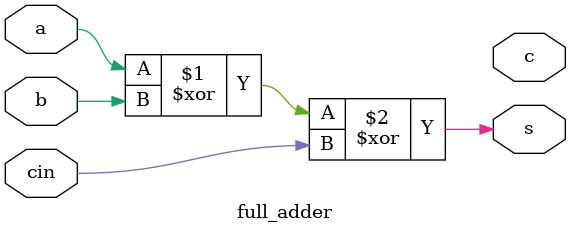
<source format=v>
module full_adder(input a, b, cin, output s, c);
  assign s = a ^ b ^ cin;
  assign Cout = (a & b) | (b & cin) | (a & cin);
endmodule

</source>
